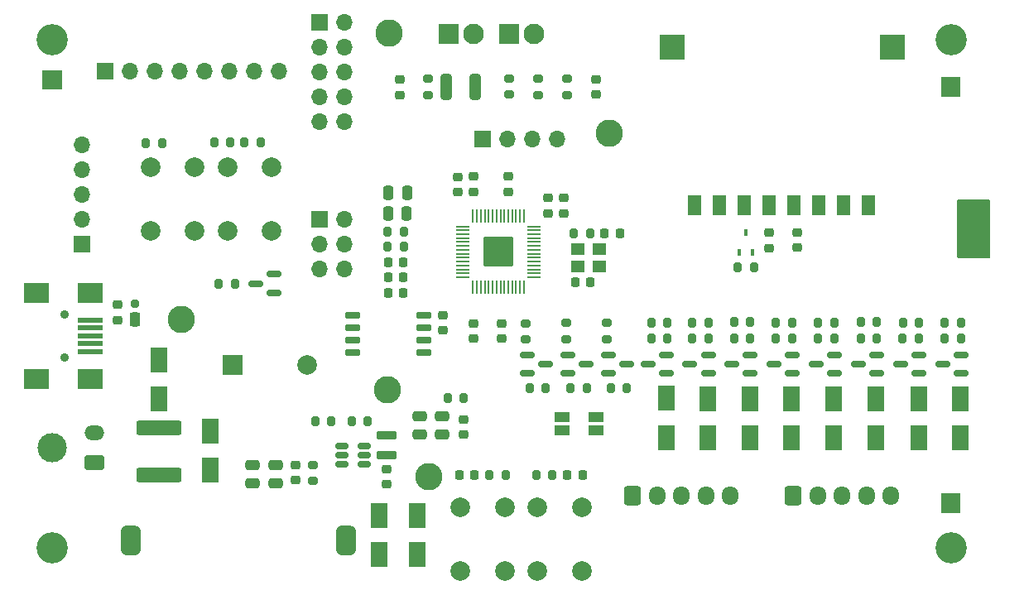
<source format=gbr>
%TF.GenerationSoftware,KiCad,Pcbnew,(6.0.4)*%
%TF.CreationDate,2022-04-12T11:12:27+02:00*%
%TF.ProjectId,PPSE_2021,50505345-5f32-4303-9231-2e6b69636164,rev?*%
%TF.SameCoordinates,Original*%
%TF.FileFunction,Soldermask,Top*%
%TF.FilePolarity,Negative*%
%FSLAX46Y46*%
G04 Gerber Fmt 4.6, Leading zero omitted, Abs format (unit mm)*
G04 Created by KiCad (PCBNEW (6.0.4)) date 2022-04-12 11:12:27*
%MOMM*%
%LPD*%
G01*
G04 APERTURE LIST*
G04 Aperture macros list*
%AMRoundRect*
0 Rectangle with rounded corners*
0 $1 Rounding radius*
0 $2 $3 $4 $5 $6 $7 $8 $9 X,Y pos of 4 corners*
0 Add a 4 corners polygon primitive as box body*
4,1,4,$2,$3,$4,$5,$6,$7,$8,$9,$2,$3,0*
0 Add four circle primitives for the rounded corners*
1,1,$1+$1,$2,$3*
1,1,$1+$1,$4,$5*
1,1,$1+$1,$6,$7*
1,1,$1+$1,$8,$9*
0 Add four rect primitives between the rounded corners*
20,1,$1+$1,$2,$3,$4,$5,0*
20,1,$1+$1,$4,$5,$6,$7,0*
20,1,$1+$1,$6,$7,$8,$9,0*
20,1,$1+$1,$8,$9,$2,$3,0*%
G04 Aperture macros list end*
%ADD10R,0.500000X0.500000*%
%ADD11RoundRect,0.250000X0.250000X0.475000X-0.250000X0.475000X-0.250000X-0.475000X0.250000X-0.475000X0*%
%ADD12R,1.800000X2.500000*%
%ADD13RoundRect,0.225000X0.225000X0.250000X-0.225000X0.250000X-0.225000X-0.250000X0.225000X-0.250000X0*%
%ADD14RoundRect,0.150000X0.587500X0.150000X-0.587500X0.150000X-0.587500X-0.150000X0.587500X-0.150000X0*%
%ADD15RoundRect,0.250000X-0.600000X-0.725000X0.600000X-0.725000X0.600000X0.725000X-0.600000X0.725000X0*%
%ADD16O,1.700000X1.950000*%
%ADD17R,1.700000X1.700000*%
%ADD18O,1.700000X1.700000*%
%ADD19RoundRect,0.200000X-0.200000X-0.275000X0.200000X-0.275000X0.200000X0.275000X-0.200000X0.275000X0*%
%ADD20RoundRect,0.200000X0.200000X0.275000X-0.200000X0.275000X-0.200000X-0.275000X0.200000X-0.275000X0*%
%ADD21C,3.200000*%
%ADD22RoundRect,0.200000X-0.275000X0.200000X-0.275000X-0.200000X0.275000X-0.200000X0.275000X0.200000X0*%
%ADD23C,2.000000*%
%ADD24R,2.000000X2.000000*%
%ADD25RoundRect,0.250000X0.475000X-0.250000X0.475000X0.250000X-0.475000X0.250000X-0.475000X-0.250000X0*%
%ADD26RoundRect,0.218750X0.256250X-0.218750X0.256250X0.218750X-0.256250X0.218750X-0.256250X-0.218750X0*%
%ADD27RoundRect,0.225000X-0.250000X0.225000X-0.250000X-0.225000X0.250000X-0.225000X0.250000X0.225000X0*%
%ADD28RoundRect,0.225000X-2.075000X0.525000X-2.075000X-0.525000X2.075000X-0.525000X2.075000X0.525000X0*%
%ADD29R,2.100000X2.100000*%
%ADD30C,2.100000*%
%ADD31RoundRect,0.150000X0.512500X0.150000X-0.512500X0.150000X-0.512500X-0.150000X0.512500X-0.150000X0*%
%ADD32R,1.400000X1.200000*%
%ADD33C,2.800000*%
%ADD34RoundRect,0.275000X-0.275000X-0.450000X0.275000X-0.450000X0.275000X0.450000X-0.275000X0.450000X0*%
%ADD35RoundRect,0.200000X-0.200000X-0.200000X0.200000X-0.200000X0.200000X0.200000X-0.200000X0.200000X0*%
%ADD36C,0.900000*%
%ADD37R,2.500000X0.500000*%
%ADD38R,2.500000X2.000000*%
%ADD39R,1.500000X1.000000*%
%ADD40RoundRect,0.218750X-0.256250X0.218750X-0.256250X-0.218750X0.256250X-0.218750X0.256250X0.218750X0*%
%ADD41RoundRect,0.150000X-0.587500X-0.150000X0.587500X-0.150000X0.587500X0.150000X-0.587500X0.150000X0*%
%ADD42C,3.000000*%
%ADD43RoundRect,0.250001X0.759999X-0.499999X0.759999X0.499999X-0.759999X0.499999X-0.759999X-0.499999X0*%
%ADD44O,2.020000X1.500000*%
%ADD45RoundRect,0.120000X0.880000X-0.280000X0.880000X0.280000X-0.880000X0.280000X-0.880000X-0.280000X0*%
%ADD46RoundRect,0.225000X-0.225000X-0.250000X0.225000X-0.250000X0.225000X0.250000X-0.225000X0.250000X0*%
%ADD47RoundRect,0.250000X-0.475000X0.250000X-0.475000X-0.250000X0.475000X-0.250000X0.475000X0.250000X0*%
%ADD48RoundRect,0.225000X0.250000X-0.225000X0.250000X0.225000X-0.250000X0.225000X-0.250000X-0.225000X0*%
%ADD49RoundRect,0.200000X0.275000X-0.200000X0.275000X0.200000X-0.275000X0.200000X-0.275000X-0.200000X0*%
%ADD50RoundRect,0.050000X0.050000X-0.587500X0.050000X0.587500X-0.050000X0.587500X-0.050000X-0.587500X0*%
%ADD51RoundRect,0.050000X0.587500X0.050000X-0.587500X0.050000X-0.587500X-0.050000X0.587500X-0.050000X0*%
%ADD52RoundRect,0.050000X-0.050000X0.587500X-0.050000X-0.587500X0.050000X-0.587500X0.050000X0.587500X0*%
%ADD53RoundRect,0.050000X-0.587500X-0.050000X0.587500X-0.050000X0.587500X0.050000X-0.587500X0.050000X0*%
%ADD54RoundRect,0.155000X1.395000X-1.395000X1.395000X1.395000X-1.395000X1.395000X-1.395000X-1.395000X0*%
%ADD55RoundRect,0.150000X-0.650000X-0.150000X0.650000X-0.150000X0.650000X0.150000X-0.650000X0.150000X0*%
%ADD56RoundRect,0.500000X-0.500000X-1.000000X0.500000X-1.000000X0.500000X1.000000X-0.500000X1.000000X0*%
%ADD57R,1.400000X2.000000*%
%ADD58R,2.500000X2.500000*%
%ADD59R,0.450000X0.700000*%
%ADD60RoundRect,0.250000X-0.312500X-1.075000X0.312500X-1.075000X0.312500X1.075000X-0.312500X1.075000X0*%
G04 APERTURE END LIST*
%TO.C,FID1*%
G36*
X90550000Y-82050000D02*
G01*
X92550000Y-82050000D01*
X92550000Y-84050000D01*
X90550000Y-84050000D01*
X90550000Y-82050000D01*
G37*
%TO.C,FID2*%
G36*
X182450000Y-82750000D02*
G01*
X184450000Y-82750000D01*
X184450000Y-84750000D01*
X182450000Y-84750000D01*
X182450000Y-82750000D01*
G37*
%TO.C,FID3*%
G36*
X182450000Y-125350000D02*
G01*
X184450000Y-125350000D01*
X184450000Y-127350000D01*
X182450000Y-127350000D01*
X182450000Y-125350000D01*
G37*
%TD*%
D10*
%TO.C,FID1*%
X91800000Y-82800000D03*
X91300000Y-83300000D03*
%TD*%
D11*
%TO.C,C8*%
X127849989Y-94640400D03*
X125949989Y-94640400D03*
%TD*%
D12*
%TO.C,D4*%
X107746800Y-123005600D03*
X107746800Y-119005600D03*
%TD*%
D13*
%TO.C,C12*%
X127458789Y-101689400D03*
X125908789Y-101689400D03*
%TD*%
D14*
%TO.C,Q6*%
X171553727Y-113065600D03*
X171553727Y-111165600D03*
X169678727Y-112115600D03*
%TD*%
D15*
%TO.C,J10*%
X150926800Y-125602974D03*
D16*
X153426800Y-125602974D03*
X155926800Y-125602974D03*
X158426800Y-125602974D03*
X160926800Y-125602974D03*
%TD*%
D17*
%TO.C,J5*%
X94575000Y-99875000D03*
D18*
X94575000Y-97335000D03*
X94575000Y-94795000D03*
X94575000Y-92255000D03*
X94575000Y-89715000D03*
%TD*%
D19*
%TO.C,R14*%
X108598200Y-103886000D03*
X110248200Y-103886000D03*
%TD*%
D12*
%TO.C,D10*%
X175839413Y-119662297D03*
X175839413Y-115662297D03*
%TD*%
D19*
%TO.C,R35*%
X157033671Y-107865426D03*
X158683671Y-107865426D03*
%TD*%
%TO.C,R34*%
X152829471Y-107865426D03*
X154479471Y-107865426D03*
%TD*%
D20*
%TO.C,R39*%
X158683671Y-109541826D03*
X157033671Y-109541826D03*
%TD*%
D19*
%TO.C,R27*%
X174236884Y-107814626D03*
X175886884Y-107814626D03*
%TD*%
D12*
%TO.C,D14*%
X158636200Y-119662297D03*
X158636200Y-115662297D03*
%TD*%
D21*
%TO.C,H2*%
X91530000Y-130920000D03*
%TD*%
D19*
%TO.C,R5*%
X108142000Y-89433400D03*
X109792000Y-89433400D03*
%TD*%
D22*
%TO.C,R15*%
X144119600Y-107925600D03*
X144119600Y-109575600D03*
%TD*%
D23*
%TO.C,SW3*%
X141209200Y-133298000D03*
X141209200Y-126798000D03*
X145709200Y-133298000D03*
X145709200Y-126798000D03*
%TD*%
D20*
%TO.C,R2*%
X112890800Y-89433400D03*
X111240800Y-89433400D03*
%TD*%
D22*
%TO.C,R24*%
X138317700Y-82893400D03*
X138317700Y-84543400D03*
%TD*%
%TO.C,R19*%
X148285200Y-107925600D03*
X148285200Y-109575600D03*
%TD*%
D19*
%TO.C,R16*%
X144564600Y-114604800D03*
X146214600Y-114604800D03*
%TD*%
D24*
%TO.C,BZ1*%
X110042800Y-112217200D03*
D23*
X117642800Y-112217200D03*
%TD*%
D10*
%TO.C,FID2*%
X183700000Y-83500000D03*
X183200000Y-84000000D03*
%TD*%
D12*
%TO.C,D13*%
X154381200Y-119630297D03*
X154381200Y-115630297D03*
%TD*%
D25*
%TO.C,C23*%
X131470400Y-119364800D03*
X131470400Y-117464800D03*
%TD*%
D26*
%TO.C,FB1*%
X98247200Y-107645200D03*
X98247200Y-106070200D03*
%TD*%
D27*
%TO.C,C21*%
X125780800Y-122885200D03*
X125780800Y-124435200D03*
%TD*%
D28*
%TO.C,F1*%
X102514400Y-118606400D03*
X102514400Y-123506400D03*
%TD*%
D14*
%TO.C,Q12*%
X162936371Y-113065600D03*
X162936371Y-111165600D03*
X161061371Y-112115600D03*
%TD*%
D29*
%TO.C,J11*%
X138328400Y-78333600D03*
D30*
X140868400Y-78333600D03*
%TD*%
D11*
%TO.C,C9*%
X127837789Y-96723200D03*
X125937789Y-96723200D03*
%TD*%
D27*
%TO.C,C5*%
X131528000Y-107098800D03*
X131528000Y-108648800D03*
%TD*%
D19*
%TO.C,R37*%
X165593471Y-107865426D03*
X167243471Y-107865426D03*
%TD*%
D21*
%TO.C,H4*%
X183480000Y-78920000D03*
%TD*%
D14*
%TO.C,Q13*%
X167228971Y-113065600D03*
X167228971Y-111165600D03*
X165353971Y-112115600D03*
%TD*%
%TO.C,Q10*%
X154414171Y-113065600D03*
X154414171Y-111165600D03*
X152539171Y-112115600D03*
%TD*%
D31*
%TO.C,U3*%
X123463900Y-122412800D03*
X123463900Y-121462800D03*
X123463900Y-120512800D03*
X121188900Y-120512800D03*
X121188900Y-121462800D03*
X121188900Y-122412800D03*
%TD*%
D12*
%TO.C,D1*%
X102463600Y-115722400D03*
X102463600Y-111722400D03*
%TD*%
D27*
%TO.C,C24*%
X164896800Y-98691400D03*
X164896800Y-100241400D03*
%TD*%
D32*
%TO.C,Y1*%
X145293400Y-102094400D03*
X147493400Y-102094400D03*
X147493400Y-100394400D03*
X145293400Y-100394400D03*
%TD*%
D12*
%TO.C,D11*%
X180166999Y-119662297D03*
X180166999Y-115662297D03*
%TD*%
D17*
%TO.C,J7*%
X135559800Y-89128600D03*
D18*
X138099800Y-89128600D03*
X140639800Y-89128600D03*
X143179800Y-89128600D03*
%TD*%
D13*
%TO.C,C16*%
X127446589Y-103276400D03*
X125896589Y-103276400D03*
%TD*%
D33*
%TO.C,TP1*%
X130048000Y-123647200D03*
%TD*%
D17*
%TO.C,J1*%
X118867000Y-97325000D03*
D18*
X121407000Y-97325000D03*
X118867000Y-99865000D03*
X121407000Y-99865000D03*
X118867000Y-102405000D03*
X121407000Y-102405000D03*
%TD*%
D34*
%TO.C,D5*%
X100025200Y-107533200D03*
D35*
X100025200Y-105913200D03*
%TD*%
D36*
%TO.C,J3*%
X92871400Y-111420000D03*
X92871400Y-107020000D03*
D37*
X95471400Y-107620000D03*
X95471400Y-108420000D03*
X95471400Y-109220000D03*
X95471400Y-110020000D03*
X95471400Y-110820000D03*
D38*
X89971400Y-113620000D03*
X95471400Y-104820000D03*
X95471400Y-113620000D03*
X89971400Y-104820000D03*
%TD*%
D21*
%TO.C,H3*%
X183520000Y-130930000D03*
%TD*%
D20*
%TO.C,R30*%
X171556027Y-109541826D03*
X169906027Y-109541826D03*
%TD*%
D27*
%TO.C,C15*%
X137500000Y-107975000D03*
X137500000Y-109525000D03*
%TD*%
D39*
%TO.C,D7*%
X143677500Y-117511600D03*
X143677500Y-118911600D03*
X147177500Y-118911600D03*
X147177500Y-117511600D03*
%TD*%
D12*
%TO.C,D16*%
X167196000Y-119662297D03*
X167196000Y-115662297D03*
%TD*%
D40*
%TO.C,D6*%
X133654800Y-117779700D03*
X133654800Y-119354700D03*
%TD*%
D19*
%TO.C,R3*%
X141059400Y-123444000D03*
X142709400Y-123444000D03*
%TD*%
D41*
%TO.C,Q5*%
X148427700Y-111165600D03*
X148427700Y-113065600D03*
X150302700Y-112115600D03*
%TD*%
D42*
%TO.C,J4*%
X91598000Y-120694556D03*
D43*
X95918000Y-122194556D03*
D44*
X95918000Y-119194556D03*
%TD*%
D23*
%TO.C,SW4*%
X133335200Y-133298000D03*
X133335200Y-126798000D03*
X137835200Y-126798000D03*
X137835200Y-133298000D03*
%TD*%
D45*
%TO.C,L1*%
X125780800Y-121446800D03*
X125780800Y-119446800D03*
%TD*%
D12*
%TO.C,D2*%
X125018800Y-131641600D03*
X125018800Y-127641600D03*
%TD*%
D33*
%TO.C,TP3*%
X125831600Y-114757200D03*
%TD*%
D46*
%TO.C,C1*%
X145059600Y-103784400D03*
X146609600Y-103784400D03*
%TD*%
D47*
%TO.C,C18*%
X112014000Y-122443200D03*
X112014000Y-124343200D03*
%TD*%
D33*
%TO.C,TP5*%
X148539200Y-88493600D03*
%TD*%
D12*
%TO.C,D15*%
X162903400Y-119662297D03*
X162903400Y-115662297D03*
%TD*%
D19*
%TO.C,R29*%
X182867800Y-107865426D03*
X184517800Y-107865426D03*
%TD*%
D20*
%TO.C,R7*%
X127509589Y-100114600D03*
X125859589Y-100114600D03*
%TD*%
D14*
%TO.C,Q8*%
X180199970Y-113065600D03*
X180199970Y-111165600D03*
X178324970Y-112115600D03*
%TD*%
D20*
%TO.C,R11*%
X120103400Y-118000000D03*
X118453400Y-118000000D03*
%TD*%
D12*
%TO.C,D9*%
X171520756Y-119662297D03*
X171520756Y-115662297D03*
%TD*%
D48*
%TO.C,C10*%
X134620000Y-94488000D03*
X134620000Y-92938000D03*
%TD*%
D19*
%TO.C,R18*%
X140399000Y-114604800D03*
X142049000Y-114604800D03*
%TD*%
D14*
%TO.C,Q11*%
X158669171Y-113065600D03*
X158669171Y-111165600D03*
X156794171Y-112115600D03*
%TD*%
D19*
%TO.C,R28*%
X178564470Y-107865426D03*
X180214470Y-107865426D03*
%TD*%
D48*
%TO.C,C14*%
X133045200Y-94501000D03*
X133045200Y-92951000D03*
%TD*%
D19*
%TO.C,R36*%
X161300871Y-107814626D03*
X162950871Y-107814626D03*
%TD*%
D27*
%TO.C,C25*%
X167741600Y-98678400D03*
X167741600Y-100228400D03*
%TD*%
D14*
%TO.C,Q9*%
X184503300Y-113065600D03*
X184503300Y-111165600D03*
X182628300Y-112115600D03*
%TD*%
D19*
%TO.C,R13*%
X161684200Y-102260400D03*
X163334200Y-102260400D03*
%TD*%
D49*
%TO.C,R23*%
X144261300Y-84594200D03*
X144261300Y-82944200D03*
%TD*%
D48*
%TO.C,C7*%
X142290800Y-96685400D03*
X142290800Y-95135400D03*
%TD*%
D41*
%TO.C,Q3*%
X144299700Y-111165600D03*
X144299700Y-113065600D03*
X146174700Y-112115600D03*
%TD*%
D14*
%TO.C,Q7*%
X175872384Y-113065600D03*
X175872384Y-111165600D03*
X173997384Y-112115600D03*
%TD*%
D19*
%TO.C,R20*%
X148679400Y-114604800D03*
X150329400Y-114604800D03*
%TD*%
D47*
%TO.C,C19*%
X114401600Y-122443200D03*
X114401600Y-124343200D03*
%TD*%
D50*
%TO.C,U2*%
X134610800Y-104272300D03*
X135010800Y-104272300D03*
X135410800Y-104272300D03*
X135810800Y-104272300D03*
X136210800Y-104272300D03*
X136610800Y-104272300D03*
X137010800Y-104272300D03*
X137410800Y-104272300D03*
X137810800Y-104272300D03*
X138210800Y-104272300D03*
X138610800Y-104272300D03*
X139010800Y-104272300D03*
X139410800Y-104272300D03*
X139810800Y-104272300D03*
D51*
X140848300Y-103234800D03*
X140848300Y-102834800D03*
X140848300Y-102434800D03*
X140848300Y-102034800D03*
X140848300Y-101634800D03*
X140848300Y-101234800D03*
X140848300Y-100834800D03*
X140848300Y-100434800D03*
X140848300Y-100034800D03*
X140848300Y-99634800D03*
X140848300Y-99234800D03*
X140848300Y-98834800D03*
X140848300Y-98434800D03*
X140848300Y-98034800D03*
D52*
X139810800Y-96997300D03*
X139410800Y-96997300D03*
X139010800Y-96997300D03*
X138610800Y-96997300D03*
X138210800Y-96997300D03*
X137810800Y-96997300D03*
X137410800Y-96997300D03*
X137010800Y-96997300D03*
X136610800Y-96997300D03*
X136210800Y-96997300D03*
X135810800Y-96997300D03*
X135410800Y-96997300D03*
X135010800Y-96997300D03*
X134610800Y-96997300D03*
D53*
X133573300Y-98034800D03*
X133573300Y-98434800D03*
X133573300Y-98834800D03*
X133573300Y-99234800D03*
X133573300Y-99634800D03*
X133573300Y-100034800D03*
X133573300Y-100434800D03*
X133573300Y-100834800D03*
X133573300Y-101234800D03*
X133573300Y-101634800D03*
X133573300Y-102034800D03*
X133573300Y-102434800D03*
X133573300Y-102834800D03*
X133573300Y-103234800D03*
D54*
X137210800Y-100634800D03*
%TD*%
D10*
%TO.C,FID3*%
X183700000Y-126100000D03*
X183200000Y-126600000D03*
%TD*%
D22*
%TO.C,R9*%
X118262400Y-122415800D03*
X118262400Y-124065800D03*
%TD*%
D27*
%TO.C,C17*%
X134670800Y-107968285D03*
X134670800Y-109518285D03*
%TD*%
D20*
%TO.C,R1*%
X102806000Y-89484200D03*
X101156000Y-89484200D03*
%TD*%
D55*
%TO.C,U1*%
X122333200Y-107111800D03*
X122333200Y-108381800D03*
X122333200Y-109651800D03*
X122333200Y-110921800D03*
X129533200Y-110921800D03*
X129533200Y-109651800D03*
X129533200Y-108381800D03*
X129533200Y-107111800D03*
%TD*%
D20*
%TO.C,R4*%
X146582400Y-98755200D03*
X144932400Y-98755200D03*
%TD*%
D48*
%TO.C,C26*%
X127141700Y-84582000D03*
X127141700Y-83032000D03*
%TD*%
D46*
%TO.C,C3*%
X148056800Y-98755200D03*
X149606800Y-98755200D03*
%TD*%
D20*
%TO.C,R6*%
X137934200Y-123444000D03*
X136284200Y-123444000D03*
%TD*%
D17*
%TO.C,J2*%
X118917800Y-77165397D03*
D18*
X121457800Y-77165397D03*
X118917800Y-79705397D03*
X121457800Y-79705397D03*
X118917800Y-82245397D03*
X121457800Y-82245397D03*
X118917800Y-84785397D03*
X121457800Y-84785397D03*
X118917800Y-87325397D03*
X121457800Y-87325397D03*
%TD*%
D26*
%TO.C,D8*%
X147207700Y-84556700D03*
X147207700Y-82981700D03*
%TD*%
D20*
%TO.C,R38*%
X154467271Y-109541826D03*
X152817271Y-109541826D03*
%TD*%
D21*
%TO.C,H1*%
X91520000Y-78920000D03*
%TD*%
D33*
%TO.C,TP2*%
X104800400Y-107543600D03*
%TD*%
D29*
%TO.C,J8*%
X132080000Y-78333600D03*
D30*
X134620000Y-78333600D03*
%TD*%
D20*
%TO.C,R31*%
X175886884Y-109541826D03*
X174236884Y-109541826D03*
%TD*%
D17*
%TO.C,J6*%
X96980000Y-82150000D03*
D18*
X99520000Y-82150000D03*
X102060000Y-82150000D03*
X104600000Y-82150000D03*
X107140000Y-82150000D03*
X109680000Y-82150000D03*
X112220000Y-82150000D03*
X114760000Y-82150000D03*
%TD*%
D48*
%TO.C,C11*%
X143916400Y-96685400D03*
X143916400Y-95135400D03*
%TD*%
D13*
%TO.C,C6*%
X127446589Y-104851200D03*
X125896589Y-104851200D03*
%TD*%
D56*
%TO.C,F2*%
X99642400Y-130149600D03*
X121642400Y-130149600D03*
%TD*%
D23*
%TO.C,SW1*%
X113984600Y-91980020D03*
X113984600Y-98480020D03*
X109484600Y-98480020D03*
X109484600Y-91980020D03*
%TD*%
D14*
%TO.C,Q2*%
X114272300Y-104836000D03*
X114272300Y-102936000D03*
X112397300Y-103886000D03*
%TD*%
D33*
%TO.C,TP4*%
X125984000Y-78282800D03*
%TD*%
D27*
%TO.C,C20*%
X116484400Y-122428000D03*
X116484400Y-123978000D03*
%TD*%
D57*
%TO.C,U4*%
X157283400Y-95907600D03*
X159823400Y-95907600D03*
X162363400Y-95907600D03*
X164903400Y-95907600D03*
X167443400Y-95907600D03*
X169983400Y-95907600D03*
X172523400Y-95907600D03*
X175063400Y-95907600D03*
D58*
X155013400Y-79657600D03*
X177523400Y-79657600D03*
%TD*%
D25*
%TO.C,C22*%
X129133600Y-119364800D03*
X129133600Y-117464800D03*
%TD*%
D46*
%TO.C,C2*%
X144259000Y-123444000D03*
X145809000Y-123444000D03*
%TD*%
D20*
%TO.C,R40*%
X162950871Y-109541826D03*
X161300871Y-109541826D03*
%TD*%
D41*
%TO.C,Q4*%
X140171700Y-111165600D03*
X140171700Y-113065600D03*
X142046700Y-112115600D03*
%TD*%
D49*
%TO.C,R25*%
X141264100Y-84582000D03*
X141264100Y-82932000D03*
%TD*%
D22*
%TO.C,R22*%
X130037300Y-82944200D03*
X130037300Y-84594200D03*
%TD*%
D20*
%TO.C,R8*%
X127509589Y-98539800D03*
X125859589Y-98539800D03*
%TD*%
D15*
%TO.C,J9*%
X167364400Y-125582000D03*
D16*
X169864400Y-125582000D03*
X172364400Y-125582000D03*
X174864400Y-125582000D03*
X177364400Y-125582000D03*
%TD*%
D20*
%TO.C,R33*%
X184505600Y-109524800D03*
X182855600Y-109524800D03*
%TD*%
D22*
%TO.C,R17*%
X139954000Y-107937800D03*
X139954000Y-109587800D03*
%TD*%
D59*
%TO.C,Q1*%
X161859200Y-100669600D03*
X163159200Y-100669600D03*
X162509200Y-98669600D03*
%TD*%
D13*
%TO.C,C4*%
X134734600Y-123444000D03*
X133184600Y-123444000D03*
%TD*%
D12*
%TO.C,D12*%
X184470329Y-119662297D03*
X184470329Y-115662297D03*
%TD*%
D20*
%TO.C,R41*%
X167243471Y-109541826D03*
X165593471Y-109541826D03*
%TD*%
D48*
%TO.C,C13*%
X138226800Y-94488000D03*
X138226800Y-92938000D03*
%TD*%
D20*
%TO.C,R12*%
X133654800Y-115620800D03*
X132004800Y-115620800D03*
%TD*%
D60*
%TO.C,R21*%
X131876800Y-83769200D03*
X134801800Y-83769200D03*
%TD*%
D12*
%TO.C,D3*%
X128930400Y-127641600D03*
X128930400Y-131641600D03*
%TD*%
D20*
%TO.C,R10*%
X123824000Y-118000000D03*
X122174000Y-118000000D03*
%TD*%
D19*
%TO.C,R26*%
X169918227Y-107865426D03*
X171568227Y-107865426D03*
%TD*%
D20*
%TO.C,R32*%
X180202270Y-109541826D03*
X178552270Y-109541826D03*
%TD*%
D23*
%TO.C,SW2*%
X101610600Y-98480020D03*
X101610600Y-91980020D03*
X106110600Y-91980020D03*
X106110600Y-98480020D03*
%TD*%
G36*
X187413170Y-95290002D02*
G01*
X187459663Y-95343658D01*
X187471045Y-95394947D01*
X187518938Y-101122947D01*
X187499506Y-101191232D01*
X187446241Y-101238172D01*
X187392942Y-101250000D01*
X184246000Y-101250000D01*
X184177879Y-101229998D01*
X184131386Y-101176342D01*
X184120000Y-101124000D01*
X184120000Y-95396000D01*
X184140002Y-95327879D01*
X184193658Y-95281386D01*
X184246000Y-95270000D01*
X187345049Y-95270000D01*
X187413170Y-95290002D01*
G37*
M02*

</source>
